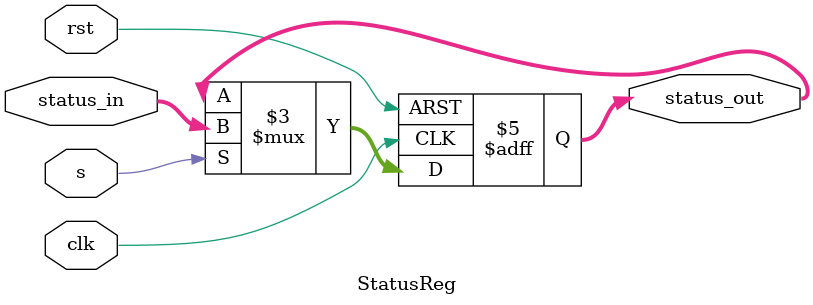
<source format=v>
`timescale 1ns/1ns
module StatusReg(
    input clk, rst, s,
    input [3:0] status_in,
    output reg [3:0] status_out
);
    always@(negedge clk, posedge rst) begin
        if (rst == 1'b1)
            status_out <= 4'd0;
        else if (s)
            status_out <= status_in;
    end
endmodule
</source>
